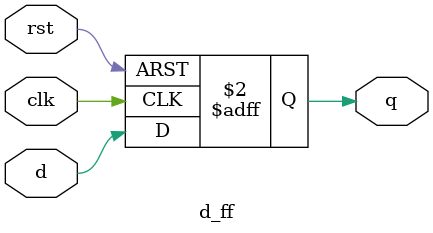
<source format=v>
module d_ff
(
        q,
        d,
        clk,
        rst
);

output  q;
input   d;
input   clk;
input   rst;

reg     q;

always @ (negedge clk or posedge rst)
begin
        if (rst)        q <= 1'b0;
        else            q <= d;
end

endmodule

</source>
